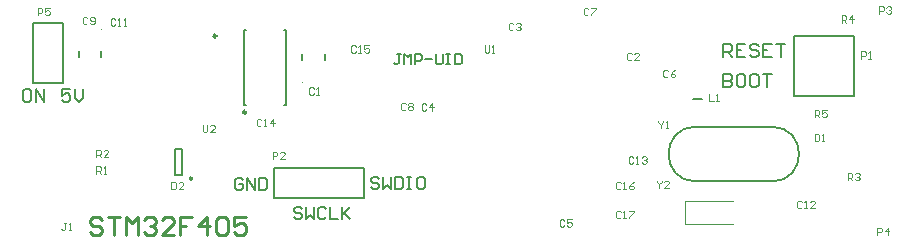
<source format=gto>
G04*
G04 #@! TF.GenerationSoftware,Altium Limited,Altium Designer,19.1.9 (167)*
G04*
G04 Layer_Color=65535*
%FSLAX25Y25*%
%MOIN*%
G70*
G01*
G75*
%ADD10C,0.00984*%
%ADD11C,0.00394*%
%ADD12C,0.00787*%
%ADD13C,0.00500*%
%ADD14C,0.00591*%
%ADD15C,0.00600*%
%ADD16C,0.01000*%
%ADD17C,0.00400*%
D10*
X58900Y30590D02*
G03*
X58900Y30590I-300J0D01*
G01*
X77001Y52639D02*
G03*
X77001Y52639I-492J0D01*
G01*
X67081Y78017D02*
G03*
X67081Y78017I-492J0D01*
G01*
D11*
X28937Y80366D02*
G03*
X28937Y80366I-197J0D01*
G01*
X95957Y62634D02*
G03*
X95957Y62634I-197J0D01*
G01*
X223389Y15460D02*
Y22940D01*
Y15460D02*
Y22940D01*
X239137D01*
X223389D02*
X239137D01*
X223389Y15460D02*
X239137D01*
X223389D02*
X239137D01*
D12*
X226947Y47853D02*
G03*
X226947Y29546I0J-9154D01*
G01*
X252144D02*
G03*
X252144Y47853I0J9154D01*
G01*
X53187Y31869D02*
Y40531D01*
X55549Y31869D02*
Y40531D01*
X53187D02*
X55549D01*
X53187Y31869D02*
X55549Y31869D01*
X28740Y70917D02*
Y73083D01*
X21260Y70917D02*
Y73083D01*
X95760Y69917D02*
Y72083D01*
X103240Y69917D02*
Y72083D01*
X6000Y62500D02*
Y82500D01*
Y62500D02*
X16000D01*
Y82500D01*
X6000D02*
X16000D01*
X226947Y29546D02*
X252144D01*
X226947Y47853D02*
X252144D01*
X259700Y78000D02*
X279700D01*
X259700Y58000D02*
Y78000D01*
X279700Y58000D02*
Y78000D01*
X259700Y58000D02*
X279700D01*
X89501Y80002D02*
X90190D01*
X89501Y55198D02*
X90190Y55198D01*
X76410Y80002D02*
X77099D01*
X76410Y55198D02*
X77099D01*
X90190D02*
Y80002D01*
X76410Y55198D02*
Y80002D01*
X86200Y23900D02*
X116200Y23900D01*
Y33900D01*
X86200Y33900D02*
X116200Y33900D01*
X86200Y23900D02*
Y33900D01*
D13*
X225800Y57200D02*
X228800D01*
D14*
X4665Y60329D02*
X3221D01*
X2500Y59608D01*
Y56722D01*
X3221Y56000D01*
X4665D01*
X5386Y56722D01*
Y59608D01*
X4665Y60329D01*
X6829Y56000D02*
Y60329D01*
X9715Y56000D01*
Y60329D01*
X18374D02*
X15488D01*
Y58165D01*
X16931Y58886D01*
X17653D01*
X18374Y58165D01*
Y56722D01*
X17653Y56000D01*
X16209D01*
X15488Y56722D01*
X19817Y60329D02*
Y57443D01*
X21260Y56000D01*
X22704Y57443D01*
Y60329D01*
D15*
X236100Y65299D02*
Y60900D01*
X238299D01*
X239032Y61633D01*
Y62366D01*
X238299Y63099D01*
X236100D01*
X238299D01*
X239032Y63832D01*
Y64565D01*
X238299Y65299D01*
X236100D01*
X242698D02*
X241232D01*
X240499Y64565D01*
Y61633D01*
X241232Y60900D01*
X242698D01*
X243431Y61633D01*
Y64565D01*
X242698Y65299D01*
X247096D02*
X245630D01*
X244897Y64565D01*
Y61633D01*
X245630Y60900D01*
X247096D01*
X247830Y61633D01*
Y64565D01*
X247096Y65299D01*
X249296D02*
X252228D01*
X250762D01*
Y60900D01*
X236100Y71100D02*
Y75499D01*
X238299D01*
X239032Y74765D01*
Y73299D01*
X238299Y72566D01*
X236100D01*
X237566D02*
X239032Y71100D01*
X243431Y75499D02*
X240499D01*
Y71100D01*
X243431D01*
X240499Y73299D02*
X241965D01*
X247830Y74765D02*
X247096Y75499D01*
X245630D01*
X244897Y74765D01*
Y74032D01*
X245630Y73299D01*
X247096D01*
X247830Y72566D01*
Y71833D01*
X247096Y71100D01*
X245630D01*
X244897Y71833D01*
X252228Y75499D02*
X249296D01*
Y71100D01*
X252228D01*
X249296Y73299D02*
X250762D01*
X253694Y75499D02*
X256627D01*
X255160D01*
Y71100D01*
X121166Y30532D02*
X120499Y31199D01*
X119167D01*
X118500Y30532D01*
Y29866D01*
X119167Y29199D01*
X120499D01*
X121166Y28533D01*
Y27866D01*
X120499Y27200D01*
X119167D01*
X118500Y27866D01*
X122499Y31199D02*
Y27200D01*
X123832Y28533D01*
X125164Y27200D01*
Y31199D01*
X126497D02*
Y27200D01*
X128497D01*
X129163Y27866D01*
Y30532D01*
X128497Y31199D01*
X126497D01*
X130496D02*
X131829D01*
X131163D01*
Y27200D01*
X130496D01*
X131829D01*
X135828Y31199D02*
X134495D01*
X133828Y30532D01*
Y27866D01*
X134495Y27200D01*
X135828D01*
X136494Y27866D01*
Y30532D01*
X135828Y31199D01*
X95666Y20232D02*
X94999Y20899D01*
X93666D01*
X93000Y20232D01*
Y19566D01*
X93666Y18899D01*
X94999D01*
X95666Y18233D01*
Y17567D01*
X94999Y16900D01*
X93666D01*
X93000Y17567D01*
X96999Y20899D02*
Y16900D01*
X98332Y18233D01*
X99664Y16900D01*
Y20899D01*
X103663Y20232D02*
X102997Y20899D01*
X101664D01*
X100997Y20232D01*
Y17567D01*
X101664Y16900D01*
X102997D01*
X103663Y17567D01*
X104996Y20899D02*
Y16900D01*
X107662D01*
X108995Y20899D02*
Y16900D01*
Y18233D01*
X111661Y20899D01*
X109661Y18899D01*
X111661Y16900D01*
X75866Y29932D02*
X75199Y30599D01*
X73866D01*
X73200Y29932D01*
Y27266D01*
X73866Y26600D01*
X75199D01*
X75866Y27266D01*
Y28599D01*
X74533D01*
X77199Y26600D02*
Y30599D01*
X79865Y26600D01*
Y30599D01*
X81197D02*
Y26600D01*
X83197D01*
X83863Y27266D01*
Y29932D01*
X83197Y30599D01*
X81197D01*
X128533Y72099D02*
X127366D01*
X127949D01*
Y69183D01*
X127366Y68600D01*
X126783D01*
X126200Y69183D01*
X129699Y68600D02*
Y72099D01*
X130865Y70933D01*
X132031Y72099D01*
Y68600D01*
X133198D02*
Y72099D01*
X134947D01*
X135530Y71516D01*
Y70349D01*
X134947Y69766D01*
X133198D01*
X136697Y70349D02*
X139029D01*
X140196Y72099D02*
Y69183D01*
X140779Y68600D01*
X141945D01*
X142528Y69183D01*
Y72099D01*
X143694D02*
X144861D01*
X144278D01*
Y68600D01*
X143694D01*
X144861D01*
X146610Y72099D02*
Y68600D01*
X148360D01*
X148943Y69183D01*
Y71516D01*
X148360Y72099D01*
X146610D01*
D16*
X29099Y16798D02*
X28099Y17798D01*
X26100D01*
X25100Y16798D01*
Y15799D01*
X26100Y14799D01*
X28099D01*
X29099Y13799D01*
Y12800D01*
X28099Y11800D01*
X26100D01*
X25100Y12800D01*
X31098Y17798D02*
X35097D01*
X33097D01*
Y11800D01*
X37096D02*
Y17798D01*
X39096Y15799D01*
X41095Y17798D01*
Y11800D01*
X43094Y16798D02*
X44094Y17798D01*
X46093D01*
X47093Y16798D01*
Y15799D01*
X46093Y14799D01*
X45094D01*
X46093D01*
X47093Y13799D01*
Y12800D01*
X46093Y11800D01*
X44094D01*
X43094Y12800D01*
X53091Y11800D02*
X49092D01*
X53091Y15799D01*
Y16798D01*
X52091Y17798D01*
X50092D01*
X49092Y16798D01*
X59089Y17798D02*
X55090D01*
Y14799D01*
X57090D01*
X55090D01*
Y11800D01*
X64087D02*
Y17798D01*
X61088Y14799D01*
X65087D01*
X67086Y16798D02*
X68086Y17798D01*
X70086D01*
X71085Y16798D01*
Y12800D01*
X70086Y11800D01*
X68086D01*
X67086Y12800D01*
Y16798D01*
X77083Y17798D02*
X73084D01*
Y14799D01*
X75084Y15799D01*
X76083D01*
X77083Y14799D01*
Y12800D01*
X76083Y11800D01*
X74084D01*
X73084Y12800D01*
D17*
X52100Y29299D02*
Y26900D01*
X53300D01*
X53699Y27300D01*
Y28899D01*
X53300Y29299D01*
X52100D01*
X56099Y26900D02*
X54499D01*
X56099Y28499D01*
Y28899D01*
X55699Y29299D01*
X54899D01*
X54499Y28899D01*
X231300Y58699D02*
Y56300D01*
X232899D01*
X233699D02*
X234499D01*
X234099D01*
Y58699D01*
X233699Y58299D01*
X213900Y29799D02*
Y29399D01*
X214700Y28600D01*
X215499Y29399D01*
Y29799D01*
X214700Y28600D02*
Y27400D01*
X217899D02*
X216299D01*
X217899Y29000D01*
Y29399D01*
X217499Y29799D01*
X216699D01*
X216299Y29399D01*
X201900Y19399D02*
X201500Y19799D01*
X200700D01*
X200300Y19399D01*
Y17800D01*
X200700Y17400D01*
X201500D01*
X201900Y17800D01*
X202699Y17400D02*
X203499D01*
X203099D01*
Y19799D01*
X202699Y19399D01*
X204699Y19799D02*
X206298D01*
Y19399D01*
X204699Y17800D01*
Y17400D01*
X201900Y28899D02*
X201500Y29299D01*
X200700D01*
X200300Y28899D01*
Y27300D01*
X200700Y26900D01*
X201500D01*
X201900Y27300D01*
X202699Y26900D02*
X203499D01*
X203099D01*
Y29299D01*
X202699Y28899D01*
X206298Y29299D02*
X205498Y28899D01*
X204699Y28100D01*
Y27300D01*
X205098Y26900D01*
X205898D01*
X206298Y27300D01*
Y27700D01*
X205898Y28100D01*
X204699D01*
X16999Y15699D02*
X16200D01*
X16600D01*
Y13700D01*
X16200Y13300D01*
X15800D01*
X15400Y13700D01*
X17799Y13300D02*
X18599D01*
X18199D01*
Y15699D01*
X17799Y15299D01*
X156500Y74899D02*
Y72900D01*
X156900Y72500D01*
X157700D01*
X158099Y72900D01*
Y74899D01*
X158899Y72500D02*
X159699D01*
X159299D01*
Y74899D01*
X158899Y74499D01*
X7500Y85000D02*
Y87399D01*
X8700D01*
X9099Y86999D01*
Y86200D01*
X8700Y85800D01*
X7500D01*
X11499Y87399D02*
X9899D01*
Y86200D01*
X10699Y86599D01*
X11099D01*
X11499Y86200D01*
Y85400D01*
X11099Y85000D01*
X10299D01*
X9899Y85400D01*
X287402Y11811D02*
Y14210D01*
X288601D01*
X289001Y13810D01*
Y13011D01*
X288601Y12611D01*
X287402D01*
X291000Y11811D02*
Y14210D01*
X289801Y13011D01*
X291400D01*
X288000Y85500D02*
Y87899D01*
X289200D01*
X289599Y87499D01*
Y86700D01*
X289200Y86300D01*
X288000D01*
X290399Y87499D02*
X290799Y87899D01*
X291599D01*
X291999Y87499D01*
Y87099D01*
X291599Y86700D01*
X291199D01*
X291599D01*
X291999Y86300D01*
Y85900D01*
X291599Y85500D01*
X290799D01*
X290399Y85900D01*
X27100Y32200D02*
Y34599D01*
X28300D01*
X28699Y34199D01*
Y33400D01*
X28300Y33000D01*
X27100D01*
X27900D02*
X28699Y32200D01*
X29499D02*
X30299D01*
X29899D01*
Y34599D01*
X29499Y34199D01*
X27100Y37700D02*
Y40099D01*
X28300D01*
X28699Y39699D01*
Y38900D01*
X28300Y38500D01*
X27100D01*
X27900D02*
X28699Y37700D01*
X31099D02*
X29499D01*
X31099Y39299D01*
Y39699D01*
X30699Y40099D01*
X29899D01*
X29499Y39699D01*
X99599Y60499D02*
X99200Y60899D01*
X98400D01*
X98000Y60499D01*
Y58900D01*
X98400Y58500D01*
X99200D01*
X99599Y58900D01*
X100399Y58500D02*
X101199D01*
X100799D01*
Y60899D01*
X100399Y60499D01*
X205599Y71999D02*
X205200Y72399D01*
X204400D01*
X204000Y71999D01*
Y70400D01*
X204400Y70000D01*
X205200D01*
X205599Y70400D01*
X207999Y70000D02*
X206399D01*
X207999Y71600D01*
Y71999D01*
X207599Y72399D01*
X206799D01*
X206399Y71999D01*
X137100Y55199D02*
X136700Y55599D01*
X135900D01*
X135500Y55199D01*
Y53600D01*
X135900Y53200D01*
X136700D01*
X137100Y53600D01*
X139099Y53200D02*
Y55599D01*
X137899Y54400D01*
X139499D01*
X183099Y16499D02*
X182700Y16899D01*
X181900D01*
X181500Y16499D01*
Y14900D01*
X181900Y14500D01*
X182700D01*
X183099Y14900D01*
X185499Y16899D02*
X183899D01*
Y15700D01*
X184699Y16100D01*
X185099D01*
X185499Y15700D01*
Y14900D01*
X185099Y14500D01*
X184299D01*
X183899Y14900D01*
X217700Y66299D02*
X217300Y66699D01*
X216500D01*
X216100Y66299D01*
Y64700D01*
X216500Y64300D01*
X217300D01*
X217700Y64700D01*
X220099Y66699D02*
X219299Y66299D01*
X218499Y65500D01*
Y64700D01*
X218899Y64300D01*
X219699D01*
X220099Y64700D01*
Y65100D01*
X219699Y65500D01*
X218499D01*
X191100Y86999D02*
X190700Y87399D01*
X189900D01*
X189500Y86999D01*
Y85400D01*
X189900Y85000D01*
X190700D01*
X191100Y85400D01*
X191899Y87399D02*
X193499D01*
Y86999D01*
X191899Y85400D01*
Y85000D01*
X130200Y55345D02*
X129800Y55745D01*
X129000D01*
X128600Y55345D01*
Y53746D01*
X129000Y53346D01*
X129800D01*
X130200Y53746D01*
X130999Y55345D02*
X131399Y55745D01*
X132199D01*
X132599Y55345D01*
Y54945D01*
X132199Y54546D01*
X132599Y54146D01*
Y53746D01*
X132199Y53346D01*
X131399D01*
X130999Y53746D01*
Y54146D01*
X131399Y54546D01*
X130999Y54945D01*
Y55345D01*
X131399Y54546D02*
X132199D01*
X24100Y83999D02*
X23700Y84399D01*
X22900D01*
X22500Y83999D01*
Y82400D01*
X22900Y82000D01*
X23700D01*
X24100Y82400D01*
X24899D02*
X25299Y82000D01*
X26099D01*
X26499Y82400D01*
Y83999D01*
X26099Y84399D01*
X25299D01*
X24899Y83999D01*
Y83600D01*
X25299Y83200D01*
X26499D01*
X214400Y49699D02*
Y49299D01*
X215200Y48500D01*
X216000Y49299D01*
Y49699D01*
X215200Y48500D02*
Y47300D01*
X216799D02*
X217599D01*
X217199D01*
Y49699D01*
X216799Y49299D01*
X262299Y22799D02*
X261900Y23199D01*
X261100D01*
X260700Y22799D01*
Y21200D01*
X261100Y20800D01*
X261900D01*
X262299Y21200D01*
X263099Y20800D02*
X263899D01*
X263499D01*
Y23199D01*
X263099Y22799D01*
X266698Y20800D02*
X265099D01*
X266698Y22400D01*
Y22799D01*
X266298Y23199D01*
X265498D01*
X265099Y22799D01*
X206100Y37499D02*
X205700Y37899D01*
X204900D01*
X204500Y37499D01*
Y35900D01*
X204900Y35500D01*
X205700D01*
X206100Y35900D01*
X206899Y35500D02*
X207699D01*
X207299D01*
Y37899D01*
X206899Y37499D01*
X208899D02*
X209298Y37899D01*
X210098D01*
X210498Y37499D01*
Y37099D01*
X210098Y36700D01*
X209698D01*
X210098D01*
X210498Y36300D01*
Y35900D01*
X210098Y35500D01*
X209298D01*
X208899Y35900D01*
X277500Y30000D02*
Y32399D01*
X278700D01*
X279099Y31999D01*
Y31200D01*
X278700Y30800D01*
X277500D01*
X278300D02*
X279099Y30000D01*
X279899Y31999D02*
X280299Y32399D01*
X281099D01*
X281499Y31999D01*
Y31600D01*
X281099Y31200D01*
X280699D01*
X281099D01*
X281499Y30800D01*
Y30400D01*
X281099Y30000D01*
X280299D01*
X279899Y30400D01*
X275500Y82500D02*
Y84899D01*
X276700D01*
X277099Y84499D01*
Y83700D01*
X276700Y83300D01*
X275500D01*
X276300D02*
X277099Y82500D01*
X279099D02*
Y84899D01*
X277899Y83700D01*
X279499D01*
X266500Y51000D02*
Y53399D01*
X267700D01*
X268099Y52999D01*
Y52200D01*
X267700Y51800D01*
X266500D01*
X267300D02*
X268099Y51000D01*
X270499Y53399D02*
X268899D01*
Y52200D01*
X269699Y52600D01*
X270099D01*
X270499Y52200D01*
Y51400D01*
X270099Y51000D01*
X269299D01*
X268899Y51400D01*
X166100Y81999D02*
X165700Y82399D01*
X164900D01*
X164500Y81999D01*
Y80400D01*
X164900Y80000D01*
X165700D01*
X166100Y80400D01*
X166899Y81999D02*
X167299Y82399D01*
X168099D01*
X168499Y81999D01*
Y81599D01*
X168099Y81200D01*
X167699D01*
X168099D01*
X168499Y80800D01*
Y80400D01*
X168099Y80000D01*
X167299D01*
X166899Y80400D01*
X282000Y70500D02*
Y72899D01*
X283200D01*
X283599Y72499D01*
Y71700D01*
X283200Y71300D01*
X282000D01*
X284399Y70500D02*
X285199D01*
X284799D01*
Y72899D01*
X284399Y72499D01*
X82099Y49999D02*
X81700Y50399D01*
X80900D01*
X80500Y49999D01*
Y48400D01*
X80900Y48000D01*
X81700D01*
X82099Y48400D01*
X82899Y48000D02*
X83699D01*
X83299D01*
Y50399D01*
X82899Y49999D01*
X86098Y48000D02*
Y50399D01*
X84899Y49200D01*
X86498D01*
X85800Y37100D02*
Y39499D01*
X87000D01*
X87400Y39099D01*
Y38300D01*
X87000Y37900D01*
X85800D01*
X89799Y37100D02*
X88199D01*
X89799Y38699D01*
Y39099D01*
X89399Y39499D01*
X88599D01*
X88199Y39099D01*
X266500Y45399D02*
Y43000D01*
X267700D01*
X268099Y43400D01*
Y44999D01*
X267700Y45399D01*
X266500D01*
X268899Y43000D02*
X269699D01*
X269299D01*
Y45399D01*
X268899Y44999D01*
X62500Y48299D02*
Y46300D01*
X62900Y45900D01*
X63700D01*
X64100Y46300D01*
Y48299D01*
X66499Y45900D02*
X64899D01*
X66499Y47499D01*
Y47899D01*
X66099Y48299D01*
X65299D01*
X64899Y47899D01*
X33400Y83499D02*
X33000Y83899D01*
X32200D01*
X31800Y83499D01*
Y81900D01*
X32200Y81500D01*
X33000D01*
X33400Y81900D01*
X34199Y81500D02*
X34999D01*
X34599D01*
Y83899D01*
X34199Y83499D01*
X36199Y81500D02*
X36998D01*
X36598D01*
Y83899D01*
X36199Y83499D01*
X113600Y74499D02*
X113200Y74899D01*
X112400D01*
X112000Y74499D01*
Y72900D01*
X112400Y72500D01*
X113200D01*
X113600Y72900D01*
X114399Y72500D02*
X115199D01*
X114799D01*
Y74899D01*
X114399Y74499D01*
X117998Y74899D02*
X116399D01*
Y73700D01*
X117198Y74099D01*
X117598D01*
X117998Y73700D01*
Y72900D01*
X117598Y72500D01*
X116798D01*
X116399Y72900D01*
M02*

</source>
